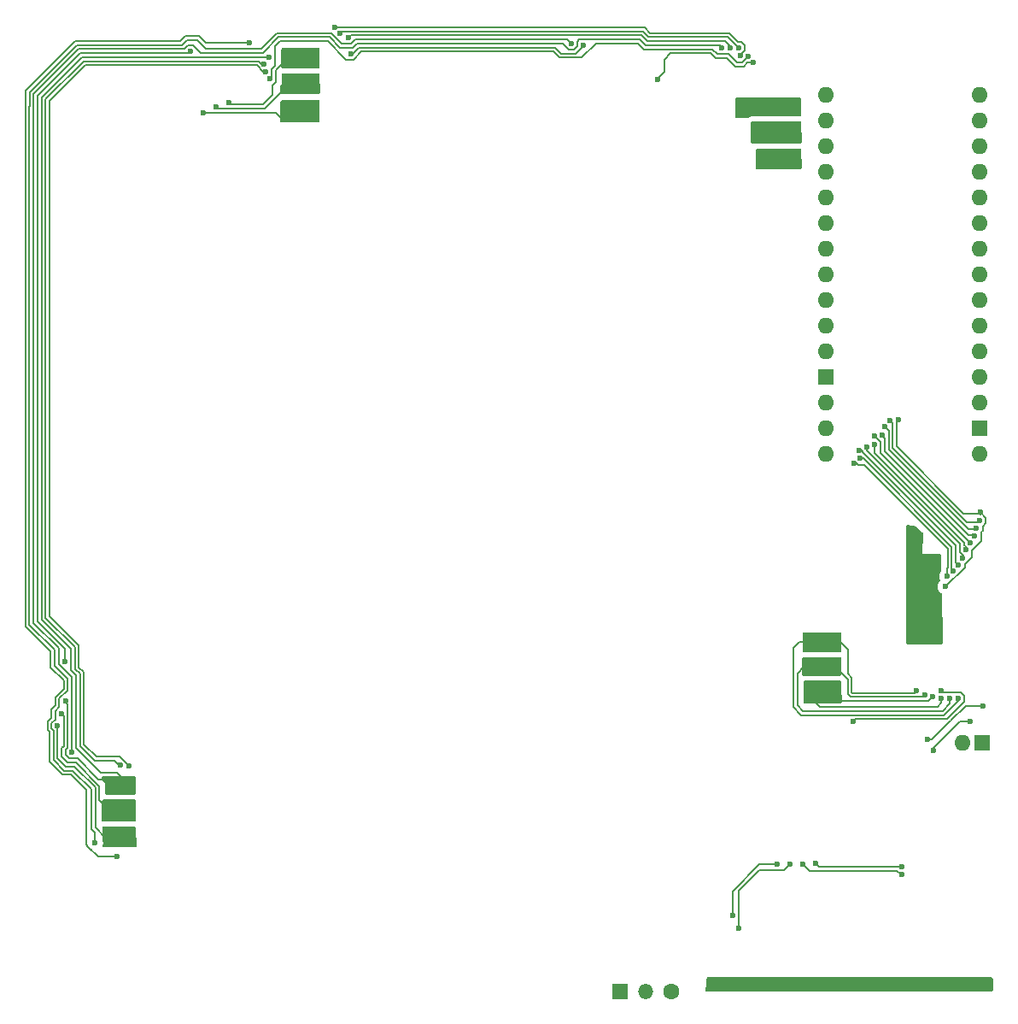
<source format=gbr>
%TF.GenerationSoftware,KiCad,Pcbnew,9.0.5*%
%TF.CreationDate,2025-10-19T21:09:40-05:00*%
%TF.ProjectId,slu,736c752e-6b69-4636-9164-5f7063625858,rev?*%
%TF.SameCoordinates,Original*%
%TF.FileFunction,Copper,L2,Bot*%
%TF.FilePolarity,Positive*%
%FSLAX46Y46*%
G04 Gerber Fmt 4.6, Leading zero omitted, Abs format (unit mm)*
G04 Created by KiCad (PCBNEW 9.0.5) date 2025-10-19 21:09:40*
%MOMM*%
%LPD*%
G01*
G04 APERTURE LIST*
%TA.AperFunction,ComponentPad*%
%ADD10C,1.600000*%
%TD*%
%TA.AperFunction,ComponentPad*%
%ADD11O,1.500000X1.500000*%
%TD*%
%TA.AperFunction,ComponentPad*%
%ADD12R,1.600000X1.600000*%
%TD*%
%TA.AperFunction,ComponentPad*%
%ADD13O,1.600000X1.600000*%
%TD*%
%TA.AperFunction,ViaPad*%
%ADD14C,0.600000*%
%TD*%
%TA.AperFunction,Conductor*%
%ADD15C,0.200000*%
%TD*%
G04 APERTURE END LIST*
D10*
%TO.P,sw1,1,A*%
%TO.N,+5V*%
X123260000Y-145030000D03*
D11*
%TO.P,sw1,2,B*%
%TO.N,Net-(a1-D13)*%
X120720000Y-145030000D03*
D12*
%TO.P,sw1,3,C*%
%TO.N,GND*%
X118180000Y-145030000D03*
%TD*%
D13*
%TO.P,BT1,1,+*%
%TO.N,+5V*%
X152190000Y-120405000D03*
D12*
%TO.P,BT1,2,-*%
%TO.N,GND*%
X154115000Y-120405000D03*
%TD*%
D13*
%TO.P,a1,1,D1/TX*%
%TO.N,unconnected-(a1-D1{slash}TX-Pad1)*%
X138650000Y-91800000D03*
%TO.P,a1,2,D0/RX*%
%TO.N,unconnected-(a1-D0{slash}RX-Pad2)*%
X138650000Y-89260000D03*
%TO.P,a1,3,~{RESET}*%
%TO.N,unconnected-(a1-~{RESET}-Pad3)*%
X138650000Y-86720000D03*
D12*
%TO.P,a1,4,GND*%
%TO.N,GND*%
X138650000Y-84180000D03*
D13*
%TO.P,a1,5,D2*%
%TO.N,/SERIAL*%
X138650000Y-81640000D03*
%TO.P,a1,6,D3*%
%TO.N,/OE*%
X138650000Y-79100000D03*
%TO.P,a1,7,D4*%
%TO.N,/LATCH*%
X138650000Y-76560000D03*
%TO.P,a1,8,D5*%
%TO.N,/CLOCK*%
X138650000Y-74020000D03*
%TO.P,a1,9,D6*%
%TO.N,/LOAD(PL)*%
X138650000Y-71480000D03*
%TO.P,a1,10,D7*%
%TO.N,/SCK(CP)*%
X138650000Y-68940000D03*
%TO.P,a1,11,D8*%
%TO.N,/SEROUT*%
X138650000Y-66400000D03*
%TO.P,a1,12,D9*%
%TO.N,/CE*%
X138650000Y-63860000D03*
%TO.P,a1,13,D10*%
%TO.N,unconnected-(a1-D10-Pad13)*%
X138650000Y-61320000D03*
%TO.P,a1,14,D11*%
%TO.N,unconnected-(a1-D11-Pad14)*%
X138650000Y-58780000D03*
%TO.P,a1,15,D12*%
%TO.N,unconnected-(a1-D12-Pad15)*%
X138650000Y-56240000D03*
%TO.P,a1,16,D13*%
%TO.N,Net-(a1-D13)*%
X153890000Y-56240000D03*
%TO.P,a1,17,3V3*%
%TO.N,unconnected-(a1-3V3-Pad17)*%
X153890000Y-58780000D03*
%TO.P,a1,18,AREF*%
%TO.N,unconnected-(a1-AREF-Pad18)*%
X153890000Y-61320000D03*
%TO.P,a1,19,A0*%
%TO.N,unconnected-(a1-A0-Pad19)*%
X153890000Y-63860000D03*
%TO.P,a1,20,A1*%
%TO.N,unconnected-(a1-A1-Pad20)*%
X153890000Y-66400000D03*
%TO.P,a1,21,A2*%
%TO.N,unconnected-(a1-A2-Pad21)*%
X153890000Y-68940000D03*
%TO.P,a1,22,A3*%
%TO.N,unconnected-(a1-A3-Pad22)*%
X153890000Y-71480000D03*
%TO.P,a1,23,A4*%
%TO.N,unconnected-(a1-A4-Pad23)*%
X153890000Y-74020000D03*
%TO.P,a1,24,A5*%
%TO.N,unconnected-(a1-A5-Pad24)*%
X153890000Y-76560000D03*
%TO.P,a1,25,A6*%
%TO.N,unconnected-(a1-A6-Pad25)*%
X153890000Y-79100000D03*
%TO.P,a1,26,A7*%
%TO.N,unconnected-(a1-A7-Pad26)*%
X153890000Y-81640000D03*
%TO.P,a1,27,+5V*%
%TO.N,+5V*%
X153890000Y-84180000D03*
%TO.P,a1,28,~{RESET}*%
%TO.N,unconnected-(a1-~{RESET}-Pad28)*%
X153890000Y-86720000D03*
D12*
%TO.P,a1,29,GND*%
%TO.N,GND*%
X153890000Y-89260000D03*
D13*
%TO.P,a1,30,VIN*%
%TO.N,unconnected-(a1-VIN-Pad30)*%
X153890000Y-91800000D03*
%TD*%
D14*
%TO.N,GND*%
X132240000Y-144360000D03*
X127670000Y-144360000D03*
X142060000Y-144360000D03*
X147090000Y-144370000D03*
X151997500Y-144392500D03*
X137210000Y-144360000D03*
%TO.N,/SERIAL*%
X150019810Y-115189138D03*
X141350000Y-118240000D03*
X150650557Y-103920913D03*
X141381550Y-92715334D03*
%TO.N,/LOAD(PL)*%
X152487269Y-101282203D03*
X143436000Y-90876386D03*
%TO.N,/LATCH*%
X151773000Y-102780746D03*
X129960000Y-51530000D03*
X86700000Y-54860000D03*
X62856000Y-117510000D03*
X136840000Y-112890000D03*
X85290000Y-54590000D03*
X148432867Y-115626979D03*
X139520000Y-112830000D03*
X68660000Y-122630000D03*
X134540000Y-59930000D03*
X85310000Y-55480000D03*
X68520000Y-127180000D03*
X90478011Y-50138000D03*
X133339000Y-59950000D03*
X82941532Y-53132313D03*
X141933450Y-91418004D03*
X69290000Y-127210000D03*
X150910000Y-116020000D03*
X135470000Y-59920000D03*
X67730000Y-127170000D03*
X131737000Y-59867935D03*
X87780000Y-54840000D03*
X137640000Y-112890000D03*
X78130000Y-57380000D03*
%TO.N,/CE*%
X152940565Y-118270565D03*
X144459000Y-89083885D03*
X149290000Y-121140000D03*
X153551256Y-99107230D03*
%TO.N,+5V*%
X147430000Y-102440000D03*
X147680000Y-109990000D03*
%TO.N,/SEROUT*%
X153377000Y-99888023D03*
X144238000Y-89880798D03*
%TO.N,/OE*%
X149207829Y-115825571D03*
X69350000Y-129710000D03*
X62455000Y-118720000D03*
X86971000Y-57360000D03*
X137649000Y-115520000D03*
X85310000Y-58310000D03*
X134140000Y-62520000D03*
X133180000Y-62580000D03*
X136870000Y-115500000D03*
X151216246Y-103355227D03*
X69564265Y-122685735D03*
X135070000Y-62580000D03*
X91286627Y-50521000D03*
X83099000Y-53916664D03*
X132349000Y-62590000D03*
X67747000Y-129750000D03*
X86971000Y-58259000D03*
X129119932Y-51540666D03*
X139330000Y-115490000D03*
X68550000Y-129720000D03*
X85190000Y-57440000D03*
X142022297Y-92236327D03*
X76870000Y-57980000D03*
X150083390Y-115986610D03*
%TO.N,/CLOCK*%
X147624027Y-115249000D03*
X130130007Y-52311730D03*
X68590000Y-124640000D03*
X85330000Y-52570000D03*
X87780000Y-52620000D03*
X151709694Y-115997786D03*
X130490000Y-57450000D03*
X142668632Y-91102550D03*
X137660000Y-110450000D03*
X135380000Y-57510000D03*
X79430000Y-56979000D03*
X136850000Y-110440000D03*
X89970000Y-49520000D03*
X83430000Y-52498752D03*
X134420000Y-57510000D03*
X69350000Y-124610000D03*
X63257000Y-116230000D03*
X67710000Y-124620000D03*
X132680000Y-57440000D03*
X152174000Y-102066463D03*
X139390000Y-110450000D03*
X86890000Y-52560000D03*
X86100000Y-52570000D03*
%TO.N,/SCK(CP)*%
X143451240Y-90025754D03*
X152943508Y-100560398D03*
%TO.N,/SER1-2*%
X148710000Y-120060000D03*
X154153000Y-116743465D03*
X131422313Y-53017900D03*
X153863009Y-98370470D03*
X121950000Y-54690000D03*
X144974816Y-88467674D03*
%TO.N,/SER2-3*%
X128320000Y-51530000D03*
X63853636Y-121316364D03*
%TO.N,/SER3-4*%
X63158000Y-112320000D03*
X75590000Y-51878000D03*
%TO.N,/SER4-5*%
X68300000Y-131640000D03*
X81460000Y-51059000D03*
%TO.N,/SER5-6*%
X66146000Y-130330000D03*
X113380000Y-51120000D03*
%TO.N,/SER6-7*%
X114581000Y-51323000D03*
X91540000Y-52123000D03*
%TO.N,/SER7-8*%
X130926136Y-52390359D03*
X83470000Y-54630000D03*
X153905197Y-97571581D03*
X145770000Y-88380000D03*
X150500000Y-104920000D03*
%TO.N,/btn1*%
X137590000Y-132350000D03*
X146120000Y-132660000D03*
%TO.N,/btn2*%
X146173215Y-133458231D03*
X136300000Y-132380000D03*
%TO.N,/btn3*%
X135030000Y-132440000D03*
X129990000Y-138740000D03*
%TO.N,/btn4*%
X129390000Y-137530000D03*
X133750000Y-132440000D03*
%TD*%
D15*
%TO.N,/SERIAL*%
X150684269Y-103037261D02*
X150684269Y-101183969D01*
X142400300Y-92900000D02*
X141836027Y-92900000D01*
X141489000Y-118041000D02*
X141350000Y-118180000D01*
X150227458Y-115396786D02*
X151958637Y-115396786D01*
X150684269Y-101183969D02*
X142400300Y-92900000D01*
X141836027Y-92900000D02*
X141666027Y-92730000D01*
X150599000Y-118041000D02*
X141489000Y-118041000D01*
X150019810Y-115189138D02*
X150227458Y-115396786D01*
X141350000Y-118180000D02*
X141350000Y-118240000D01*
X152310694Y-115748843D02*
X152310694Y-116329306D01*
X152310694Y-116329306D02*
X150599000Y-118041000D01*
X141666027Y-92730000D02*
X141396216Y-92730000D01*
X141396216Y-92730000D02*
X141381550Y-92715334D01*
X150615246Y-103106284D02*
X150684269Y-103037261D01*
X151958637Y-115396786D02*
X152310694Y-115748843D01*
X150650557Y-103920913D02*
X150615246Y-103885602D01*
X150615246Y-103885602D02*
X150615246Y-103106284D01*
%TO.N,/LOAD(PL)*%
X152487269Y-100954102D02*
X152342508Y-100809341D01*
X152487269Y-101282203D02*
X152487269Y-100954102D01*
X152342508Y-100809341D02*
X152342508Y-100573808D01*
X152342508Y-100573808D02*
X143436000Y-91667300D01*
X143436000Y-91667300D02*
X143436000Y-90876386D01*
%TO.N,/LATCH*%
X61269000Y-56623900D02*
X61269000Y-108026600D01*
X64160000Y-110917600D02*
X64160000Y-113067243D01*
X151486269Y-100851769D02*
X142267632Y-91633132D01*
X62851636Y-121731407D02*
X63461229Y-122341000D01*
X150910000Y-116490000D02*
X150910000Y-116020000D01*
X68520000Y-127180000D02*
X68440000Y-127100000D01*
X63055000Y-120697957D02*
X62851636Y-120901321D01*
X135791000Y-116673900D02*
X136337100Y-117220000D01*
X140779000Y-115549000D02*
X140779000Y-114089000D01*
X63055000Y-118470057D02*
X63056000Y-118471057D01*
X151486269Y-100866160D02*
X151486269Y-100851769D01*
X121044900Y-50482000D02*
X128912000Y-50482000D01*
X136830000Y-112880000D02*
X136430000Y-112880000D01*
X90478011Y-50138000D02*
X90695011Y-49921000D01*
X79678943Y-57580000D02*
X79181057Y-57580000D01*
X65013900Y-52879000D02*
X61269000Y-56623900D01*
X79180057Y-57579000D02*
X78329000Y-57579000D01*
X82970000Y-57579000D02*
X79679943Y-57579000D01*
X79181057Y-57580000D02*
X79180057Y-57579000D01*
X150180000Y-117220000D02*
X150910000Y-116490000D01*
X148432867Y-115626979D02*
X148210846Y-115849000D01*
X63461229Y-122341000D02*
X64263900Y-122341000D01*
X85310000Y-55480000D02*
X85069000Y-55480000D01*
X68640000Y-122650000D02*
X68660000Y-122630000D01*
X136430000Y-112880000D02*
X135791000Y-113519000D01*
X142134143Y-91418004D02*
X141933450Y-91418004D01*
X64659000Y-113566243D02*
X64659000Y-120706100D01*
X147375084Y-115850000D02*
X147374084Y-115849000D01*
X136337100Y-117220000D02*
X150180000Y-117220000D01*
X151485269Y-100867160D02*
X151486269Y-100866160D01*
X136840000Y-112890000D02*
X136830000Y-112880000D01*
X61269000Y-108026600D02*
X64160000Y-110917600D01*
X90695011Y-49921000D02*
X120483900Y-49921000D01*
X147872970Y-115850000D02*
X147375084Y-115850000D01*
X142267632Y-91633132D02*
X142267632Y-91551493D01*
X85069000Y-55480000D02*
X82970000Y-57579000D01*
X120483900Y-49921000D02*
X121044900Y-50482000D01*
X82609413Y-53132313D02*
X82356100Y-52879000D01*
X66104900Y-122152000D02*
X68122000Y-122152000D01*
X68122000Y-122152000D02*
X68620000Y-122650000D01*
X151486269Y-102494015D02*
X151486269Y-101698246D01*
X79679943Y-57579000D02*
X79678943Y-57580000D01*
X62856000Y-117510000D02*
X63055000Y-117709000D01*
X82356100Y-52879000D02*
X65013900Y-52879000D01*
X82941532Y-53132313D02*
X82609413Y-53132313D01*
X66590000Y-124667100D02*
X66590000Y-126030000D01*
X142267632Y-91551493D02*
X142134143Y-91418004D01*
X147873970Y-115849000D02*
X147872970Y-115850000D01*
X141079000Y-115849000D02*
X140779000Y-115549000D01*
X62851636Y-120901321D02*
X62851636Y-121731407D01*
X63056000Y-118471057D02*
X63056000Y-118968943D01*
X63055000Y-118969943D02*
X63055000Y-120697957D01*
X78329000Y-57579000D02*
X78130000Y-57380000D01*
X64659000Y-120706100D02*
X66104900Y-122152000D01*
X148210846Y-115849000D02*
X147873970Y-115849000D01*
X135791000Y-113519000D02*
X135791000Y-116673900D01*
X64160000Y-113067243D02*
X64659000Y-113566243D01*
X63055000Y-117709000D02*
X63055000Y-118470057D01*
X68620000Y-122650000D02*
X68640000Y-122650000D01*
X151485269Y-101697246D02*
X151485269Y-100867160D01*
X151773000Y-102780746D02*
X151486269Y-102494015D01*
X138650000Y-76560000D02*
X138254200Y-76560000D01*
X140779000Y-114089000D02*
X139520000Y-112830000D01*
X63056000Y-118968943D02*
X63055000Y-118969943D01*
X147374084Y-115849000D02*
X141079000Y-115849000D01*
X64263900Y-122341000D02*
X66590000Y-124667100D01*
X66590000Y-126030000D02*
X67730000Y-127170000D01*
X151486269Y-101698246D02*
X151485269Y-101697246D01*
X128912000Y-50482000D02*
X129960000Y-51530000D01*
%TO.N,/CE*%
X144840000Y-90372843D02*
X144840000Y-90286100D01*
X152730000Y-99260000D02*
X144838000Y-91368000D01*
X144838000Y-91368000D02*
X144838000Y-90374843D01*
X144463708Y-89083885D02*
X144459000Y-89083885D01*
X153398486Y-99260000D02*
X152730000Y-99260000D01*
X144838000Y-89458177D02*
X144463708Y-89083885D01*
X144840000Y-90286100D02*
X144838000Y-90284100D01*
X149290000Y-120880000D02*
X151899435Y-118270565D01*
X144838000Y-90284100D02*
X144838000Y-89458177D01*
X144838000Y-90374843D02*
X144840000Y-90372843D01*
X149290000Y-121140000D02*
X149290000Y-120880000D01*
X153551256Y-99107230D02*
X153398486Y-99260000D01*
X151899435Y-118270565D02*
X152940565Y-118270565D01*
%TO.N,/SEROUT*%
X144437000Y-91534100D02*
X152732900Y-99830000D01*
X144437000Y-90232606D02*
X144437000Y-91534100D01*
X153364000Y-99830000D02*
X153377000Y-99817000D01*
X144203469Y-89880798D02*
X144156464Y-89927803D01*
X153377000Y-99817000D02*
X153377000Y-99888023D01*
X144132197Y-89927803D02*
X144437000Y-90232606D01*
X152732900Y-99830000D02*
X153364000Y-99830000D01*
X144238000Y-89880798D02*
X144203469Y-89880798D01*
X144156464Y-89927803D02*
X144132197Y-89927803D01*
%TO.N,/OE*%
X64561000Y-112901143D02*
X65060000Y-113400143D01*
X149701000Y-116819000D02*
X150083390Y-116436610D01*
X64561000Y-110751500D02*
X64561000Y-112901143D01*
X65180000Y-53280000D02*
X61670000Y-56790000D01*
X62450636Y-118724364D02*
X62450636Y-121897507D01*
X149207829Y-115825571D02*
X148783400Y-116250000D01*
X136870000Y-115500000D02*
X136870000Y-115660000D01*
X82826664Y-53916664D02*
X82190000Y-53280000D01*
X148783400Y-116250000D02*
X140090000Y-116250000D01*
X137999000Y-116819000D02*
X149701000Y-116819000D01*
X120317800Y-50322000D02*
X120878800Y-50883000D01*
X78379943Y-57980000D02*
X78378943Y-57981000D01*
X61670000Y-56790000D02*
X61670000Y-107860500D01*
X68630943Y-121751000D02*
X69261000Y-122381057D01*
X128613000Y-50883000D02*
X129119932Y-51389932D01*
X150083390Y-116436610D02*
X150083390Y-115986610D01*
X66271000Y-121751000D02*
X68630943Y-121751000D01*
X69261000Y-122382470D02*
X69564265Y-122685735D01*
X84050000Y-57980000D02*
X78379943Y-57980000D01*
X67170000Y-129750000D02*
X67747000Y-129750000D01*
X85310000Y-58310000D02*
X85300000Y-58310000D01*
X142022297Y-92236327D02*
X142303727Y-92236327D01*
X140090000Y-116250000D02*
X139330000Y-115490000D01*
X69261000Y-122381057D02*
X69261000Y-122382470D01*
X129119932Y-51389932D02*
X129119932Y-51540666D01*
X82190000Y-53280000D02*
X65180000Y-53280000D01*
X63295129Y-122742000D02*
X64097800Y-122742000D01*
X65060000Y-120540000D02*
X66271000Y-121751000D01*
X61670000Y-107860500D02*
X64561000Y-110751500D01*
X136910000Y-115700000D02*
X136910000Y-115730000D01*
X64097800Y-122742000D02*
X66189000Y-124833200D01*
X138650000Y-79100000D02*
X138650000Y-78980000D01*
X91286627Y-50521000D02*
X91319000Y-50521000D01*
X85180000Y-58430000D02*
X84500000Y-58430000D01*
X142303727Y-92236327D02*
X151085269Y-101017869D01*
X76869000Y-57981000D02*
X76870000Y-57980000D01*
X151085269Y-103224250D02*
X151216246Y-103355227D01*
X66189000Y-128769000D02*
X67170000Y-129750000D01*
X91518000Y-50322000D02*
X120317800Y-50322000D01*
X84500000Y-58430000D02*
X84050000Y-57980000D01*
X66189000Y-124833200D02*
X66189000Y-128769000D01*
X151085269Y-101017869D02*
X151085269Y-103224250D01*
X62455000Y-118720000D02*
X62450636Y-118724364D01*
X62450636Y-121897507D02*
X63295129Y-122742000D01*
X85300000Y-58310000D02*
X85180000Y-58430000D01*
X65060000Y-113400143D02*
X65060000Y-120540000D01*
X91319000Y-50521000D02*
X91518000Y-50322000D01*
X136870000Y-115660000D02*
X136910000Y-115700000D01*
X83099000Y-53916664D02*
X82826664Y-53916664D01*
X136910000Y-115730000D02*
X137999000Y-116819000D01*
X78378943Y-57981000D02*
X76869000Y-57981000D01*
X120878800Y-50883000D02*
X128613000Y-50883000D01*
%TO.N,/CLOCK*%
X63759000Y-113233343D02*
X63759000Y-111083700D01*
X152230000Y-101874877D02*
X151886269Y-101531146D01*
X79430000Y-56979000D02*
X79629000Y-57178000D01*
X63252636Y-121565307D02*
X63627329Y-121940000D01*
X60868000Y-56457800D02*
X64847800Y-52478000D01*
X64258000Y-113732343D02*
X63759000Y-113233343D01*
X129078100Y-50081000D02*
X129926100Y-50929000D01*
X151887269Y-100685669D02*
X142668632Y-91467032D01*
X130208943Y-50929000D02*
X130561000Y-51281057D01*
X63627329Y-121940000D02*
X64430000Y-121940000D01*
X63257000Y-116230000D02*
X63145000Y-116230000D01*
X69350000Y-124610000D02*
X69350000Y-124380000D01*
X69350000Y-124380000D02*
X68350000Y-123380000D01*
X129926100Y-50929000D02*
X130208943Y-50929000D01*
X79629000Y-57178000D02*
X82803900Y-57178000D01*
X63456000Y-117759943D02*
X63456000Y-120864057D01*
X68030000Y-124020000D02*
X68590000Y-124580000D01*
X68590000Y-124640000D02*
X68450000Y-124500000D01*
X63456000Y-116541000D02*
X63456000Y-117260057D01*
X82803900Y-57178000D02*
X83729000Y-56252900D01*
X63457000Y-117261057D02*
X63457000Y-117758943D01*
X63252636Y-121067421D02*
X63252636Y-121565307D01*
X63456000Y-117260057D02*
X63457000Y-117261057D01*
X63759000Y-111083700D02*
X60868000Y-108192700D01*
X152230000Y-102010463D02*
X152230000Y-101874877D01*
X140100000Y-110450000D02*
X139390000Y-110450000D01*
X151709694Y-116260306D02*
X151709694Y-115997786D01*
X130130007Y-52131000D02*
X130130007Y-52311730D01*
X151887269Y-101032260D02*
X151887269Y-100685669D01*
X66510000Y-124020000D02*
X68030000Y-124020000D01*
X130561000Y-51778943D02*
X130208943Y-52131000D01*
X63456000Y-120864057D02*
X63252636Y-121067421D01*
X142668632Y-91467032D02*
X142668632Y-91102550D01*
X121211000Y-50081000D02*
X129078100Y-50081000D01*
X135960000Y-110440000D02*
X135390000Y-111010000D01*
X89970000Y-49520000D02*
X120650000Y-49520000D01*
X130561000Y-51281057D02*
X130561000Y-51778943D01*
X152174000Y-102066463D02*
X152230000Y-102010463D01*
X141245100Y-115448000D02*
X141180000Y-115382900D01*
X151886269Y-101033260D02*
X151887269Y-101032260D01*
X141180000Y-115382900D02*
X141180000Y-113922900D01*
X120650000Y-49520000D02*
X121211000Y-50081000D01*
X63457000Y-117758943D02*
X63456000Y-117759943D01*
X147425027Y-115448000D02*
X141245100Y-115448000D01*
X140810000Y-111160000D02*
X140100000Y-110450000D01*
X66765801Y-123380000D02*
X64258000Y-120872199D01*
X83430000Y-52498752D02*
X83430000Y-52345152D01*
X151886269Y-101531146D02*
X151886269Y-101033260D01*
X64430000Y-121940000D02*
X66510000Y-124020000D01*
X84100000Y-54920000D02*
X84100000Y-53800000D01*
X64258000Y-120872199D02*
X64258000Y-113732343D01*
X83729000Y-56252900D02*
X83729000Y-55291000D01*
X140810000Y-113552900D02*
X140810000Y-111160000D01*
X150330000Y-117640000D02*
X151709694Y-116260306D01*
X83729000Y-55291000D02*
X84100000Y-54920000D01*
X60868000Y-108192700D02*
X60868000Y-56457800D01*
X130208943Y-52131000D02*
X130130007Y-52131000D01*
X141180000Y-113922900D02*
X140810000Y-113552900D01*
X135390000Y-111010000D02*
X135390000Y-116840000D01*
X63145000Y-116230000D02*
X63456000Y-116541000D01*
X68450000Y-124500000D02*
X68450000Y-124460000D01*
X84100000Y-53800000D02*
X85330000Y-52570000D01*
X64847800Y-52478000D02*
X83409248Y-52478000D01*
X147624027Y-115249000D02*
X147425027Y-115448000D01*
X68590000Y-124580000D02*
X68590000Y-124640000D01*
X68350000Y-123380000D02*
X66765801Y-123380000D01*
X136850000Y-110440000D02*
X135960000Y-110440000D01*
X135390000Y-116840000D02*
X136190000Y-117640000D01*
X136190000Y-117640000D02*
X150330000Y-117640000D01*
X83409248Y-52478000D02*
X83430000Y-52498752D01*
%TO.N,/SCK(CP)*%
X144036000Y-91700200D02*
X144036000Y-91126329D01*
X144036000Y-90626443D02*
X144036000Y-90610514D01*
X152943508Y-100560398D02*
X152943508Y-100607708D01*
X144037000Y-90627443D02*
X144036000Y-90626443D01*
X144036000Y-91126329D02*
X144037000Y-91125329D01*
X144036000Y-90610514D02*
X143451240Y-90025754D01*
X152943508Y-100607708D02*
X144036000Y-91700200D01*
X144037000Y-91125329D02*
X144037000Y-90627443D01*
%TO.N,/SER1-2*%
X127723900Y-52591000D02*
X127218900Y-52086000D01*
X153302313Y-98506230D02*
X153298543Y-98510000D01*
X152547100Y-98510000D02*
X145239000Y-91201900D01*
X145241000Y-90120000D02*
X145239000Y-90118000D01*
X153863009Y-98370470D02*
X153863009Y-98443420D01*
X121950000Y-54580000D02*
X121950000Y-54690000D01*
X145239000Y-88731858D02*
X144974816Y-88467674D01*
X145239000Y-90118000D02*
X145239000Y-88731858D01*
X122620000Y-52700000D02*
X122620000Y-53910000D01*
X145239000Y-91201900D02*
X145239000Y-90540943D01*
X145241000Y-90538943D02*
X145241000Y-90120000D01*
X148710000Y-120060000D02*
X149147100Y-120060000D01*
X129631800Y-53418900D02*
X128803900Y-52591000D01*
X130865695Y-53017900D02*
X130464695Y-53418900D01*
X153800199Y-98506230D02*
X153302313Y-98506230D01*
X131422313Y-53017900D02*
X130865695Y-53017900D01*
X145239000Y-90540943D02*
X145241000Y-90538943D01*
X149147100Y-120060000D02*
X151000000Y-118207100D01*
X127218900Y-52086000D02*
X123234000Y-52086000D01*
X128803900Y-52591000D02*
X127723900Y-52591000D01*
X151000000Y-118207100D02*
X152463635Y-116743465D01*
X130464695Y-53418900D02*
X129631800Y-53418900D01*
X122620000Y-53910000D02*
X121950000Y-54580000D01*
X153863009Y-98443420D02*
X153800199Y-98506230D01*
X152463635Y-116743465D02*
X154153000Y-116743465D01*
X153298543Y-98510000D02*
X152547100Y-98510000D01*
X123234000Y-52086000D02*
X122620000Y-52700000D01*
%TO.N,/SER2-3*%
X113628943Y-51721000D02*
X113981000Y-51368943D01*
X75341057Y-51277000D02*
X75838943Y-51277000D01*
X60066000Y-108524900D02*
X60066000Y-56125600D01*
X92100670Y-51124000D02*
X112534057Y-51124000D01*
X74989000Y-51629057D02*
X75341057Y-51277000D01*
X82792900Y-52060000D02*
X84360900Y-50492000D01*
X76621943Y-52060000D02*
X82792900Y-52060000D01*
X63994350Y-121175650D02*
X63857000Y-121038299D01*
X62557000Y-112598443D02*
X62557000Y-111015900D01*
X90415900Y-51523000D02*
X91701670Y-51523000D01*
X89384900Y-50492000D02*
X90415900Y-51523000D01*
X120712700Y-51284000D02*
X128074000Y-51284000D01*
X128074000Y-51284000D02*
X128320000Y-51530000D01*
X113131057Y-51721000D02*
X113628943Y-51721000D01*
X75838943Y-51277000D02*
X76621943Y-52060000D01*
X64515600Y-51676000D02*
X74989000Y-51676000D01*
X60066000Y-56125600D02*
X64515600Y-51676000D01*
X63853636Y-121316364D02*
X63994350Y-121175650D01*
X74989000Y-51676000D02*
X74989000Y-51629057D01*
X112534057Y-51124000D02*
X113131057Y-51721000D01*
X113981000Y-51368943D02*
X113981000Y-50929000D01*
X84360900Y-50492000D02*
X89384900Y-50492000D01*
X63857000Y-121038299D02*
X63857000Y-113898443D01*
X91701670Y-51523000D02*
X92100670Y-51124000D01*
X62557000Y-111015900D02*
X60066000Y-108524900D01*
X114187000Y-50723000D02*
X120151700Y-50723000D01*
X113981000Y-50929000D02*
X114187000Y-50723000D01*
X63857000Y-113898443D02*
X62557000Y-112598443D01*
X120151700Y-50723000D02*
X120712700Y-51284000D01*
%TO.N,/SER3-4*%
X64681700Y-52077000D02*
X60467000Y-56291700D01*
X75391000Y-52077000D02*
X64681700Y-52077000D01*
X60467000Y-56291700D02*
X60467000Y-108358800D01*
X60467000Y-108358800D02*
X63158000Y-111049800D01*
X63158000Y-111049800D02*
X63158000Y-112320000D01*
X75590000Y-51878000D02*
X75391000Y-52077000D01*
%TO.N,/SER4-5*%
X64183400Y-50874000D02*
X59264000Y-55793400D01*
X59264000Y-55793400D02*
X59264000Y-57138900D01*
X77129100Y-51060000D02*
X76437100Y-50368000D01*
X61648636Y-119330679D02*
X61648636Y-122229707D01*
X66440000Y-131640000D02*
X68300000Y-131640000D01*
X63055000Y-114230643D02*
X63055000Y-115014957D01*
X59246000Y-57156900D02*
X59246000Y-108839100D01*
X61648636Y-122229707D02*
X62962929Y-123544000D01*
X62209000Y-115860957D02*
X62209000Y-116693900D01*
X59246000Y-108839100D02*
X61755000Y-111348100D01*
X75077800Y-50368000D02*
X74571800Y-50874000D01*
X65500000Y-130700000D02*
X65850000Y-131050000D01*
X63765600Y-123544000D02*
X65290000Y-125068400D01*
X65290000Y-128930000D02*
X65290000Y-129839100D01*
X74571800Y-50874000D02*
X64183400Y-50874000D01*
X59264000Y-57138900D02*
X59246000Y-57156900D01*
X61755000Y-112930643D02*
X63055000Y-114230643D01*
X76437100Y-50368000D02*
X75077800Y-50368000D01*
X65290000Y-128930000D02*
X65290000Y-130490000D01*
X62209000Y-116693900D02*
X61819000Y-117083900D01*
X81460000Y-51059000D02*
X81459000Y-51060000D01*
X62962929Y-123544000D02*
X63765600Y-123544000D01*
X81459000Y-51060000D02*
X77129100Y-51060000D01*
X61819000Y-117083900D02*
X61819000Y-117938957D01*
X61755000Y-111348100D02*
X61755000Y-112930643D01*
X61453000Y-118304957D02*
X61453000Y-119135043D01*
X61453000Y-119135043D02*
X61648636Y-119330679D01*
X61819000Y-117938957D02*
X61453000Y-118304957D01*
X65290000Y-125068400D02*
X65290000Y-128930000D01*
X65500000Y-130700000D02*
X66440000Y-131640000D01*
X65290000Y-130490000D02*
X65500000Y-130700000D01*
X63055000Y-115014957D02*
X62209000Y-115860957D01*
%TO.N,/SER5-6*%
X91934570Y-50723000D02*
X112983000Y-50723000D01*
X82626800Y-51659000D02*
X84194800Y-50091000D01*
X62049636Y-122063607D02*
X62049636Y-119164579D01*
X62049636Y-119164579D02*
X61854000Y-118968943D01*
X74737900Y-51275000D02*
X75243900Y-50769000D01*
X59665000Y-55959500D02*
X64349500Y-51275000D01*
X63129029Y-123143000D02*
X62049636Y-122063607D01*
X89551000Y-50091000D02*
X90582000Y-51122000D01*
X65788000Y-124999300D02*
X63931700Y-123143000D01*
X84194800Y-50091000D02*
X89551000Y-50091000D01*
X62220000Y-118119000D02*
X62220000Y-117250000D01*
X59665000Y-57305000D02*
X59665000Y-55959500D01*
X62156000Y-112764543D02*
X62156000Y-111182000D01*
X75243900Y-50769000D02*
X76271000Y-50769000D01*
X90582000Y-51122000D02*
X91535570Y-51122000D01*
X61854000Y-118968943D02*
X61854000Y-118471057D01*
X61854000Y-118471057D02*
X62206057Y-118119000D01*
X77161000Y-51659000D02*
X82626800Y-51659000D01*
X112983000Y-50723000D02*
X113380000Y-51120000D01*
X66146000Y-129293100D02*
X65788000Y-128935100D01*
X63456000Y-114064543D02*
X62156000Y-112764543D01*
X63931700Y-123143000D02*
X63129029Y-123143000D01*
X59647000Y-108673000D02*
X59647000Y-57323000D01*
X76271000Y-50769000D02*
X77161000Y-51659000D01*
X66146000Y-130330000D02*
X66146000Y-129293100D01*
X63456000Y-115200000D02*
X63456000Y-114064543D01*
X62156000Y-111182000D02*
X59647000Y-108673000D01*
X62206057Y-118119000D02*
X62220000Y-118119000D01*
X91535570Y-51122000D02*
X91934570Y-50723000D01*
X63437057Y-115200000D02*
X63456000Y-115200000D01*
X65788000Y-128935100D02*
X65788000Y-124999300D01*
X62610000Y-116860000D02*
X62610000Y-116027057D01*
X64349500Y-51275000D02*
X74737900Y-51275000D01*
X62220000Y-117250000D02*
X62610000Y-116860000D01*
X62610000Y-116027057D02*
X63437057Y-115200000D01*
X59647000Y-57323000D02*
X59665000Y-57305000D01*
%TO.N,/SER6-7*%
X113795043Y-52122000D02*
X112367000Y-52122000D01*
X112367000Y-52122000D02*
X111770000Y-51525000D01*
X111770000Y-51525000D02*
X92266770Y-51525000D01*
X114467000Y-51323000D02*
X114382000Y-51408000D01*
X114382000Y-51535043D02*
X113795043Y-52122000D01*
X92266770Y-51525000D02*
X91668770Y-52123000D01*
X91668770Y-52123000D02*
X91540000Y-52123000D01*
X114581000Y-51323000D02*
X114467000Y-51323000D01*
X114382000Y-51408000D02*
X114382000Y-51535043D01*
%TO.N,/SER7-8*%
X127385000Y-51685000D02*
X120546600Y-51685000D01*
X154152256Y-98931166D02*
X154464009Y-98619413D01*
X154010000Y-100400000D02*
X154010000Y-99498429D01*
X154464009Y-98121527D02*
X153914063Y-97571581D01*
X129797900Y-53017900D02*
X128970000Y-52190000D01*
X153088269Y-102041731D02*
X153088269Y-101321731D01*
X145640000Y-91035800D02*
X145640000Y-90707043D01*
X83699000Y-53633900D02*
X83699000Y-54401000D01*
X152274200Y-97670000D02*
X145640000Y-91035800D01*
X84030000Y-53302900D02*
X83699000Y-53633900D01*
X145642000Y-89874957D02*
X145640000Y-89872957D01*
X120546600Y-51685000D02*
X119985600Y-51124000D01*
X84030000Y-51390000D02*
X84030000Y-53302900D01*
X83699000Y-54401000D02*
X83470000Y-54630000D01*
X112200900Y-52523000D02*
X111603900Y-51926000D01*
X152410000Y-102720000D02*
X153088269Y-102041731D01*
X128970000Y-52190000D02*
X127890000Y-52190000D01*
X91049800Y-52724000D02*
X89218800Y-50893000D01*
X150540000Y-104920000D02*
X150500000Y-104920000D01*
X153905197Y-97571581D02*
X153905197Y-97769470D01*
X84527000Y-50893000D02*
X84030000Y-51390000D01*
X153088269Y-101321731D02*
X154010000Y-100400000D01*
X154152256Y-99356173D02*
X154152256Y-98931166D01*
X130298595Y-53017900D02*
X129797900Y-53017900D01*
X153914063Y-97571581D02*
X153905197Y-97571581D01*
X127890000Y-52190000D02*
X127385000Y-51685000D01*
X91788943Y-52724000D02*
X91049800Y-52724000D01*
X145640000Y-88510000D02*
X145770000Y-88380000D01*
X115826000Y-51124000D02*
X114427000Y-52523000D01*
X130926136Y-52390359D02*
X130298595Y-53017900D01*
X153905197Y-97571581D02*
X153806778Y-97670000D01*
X119985600Y-51124000D02*
X115826000Y-51124000D01*
X114427000Y-52523000D02*
X112200900Y-52523000D01*
X89218800Y-50893000D02*
X84527000Y-50893000D01*
X150500000Y-104920000D02*
X150501416Y-104920000D01*
X153806778Y-97670000D02*
X152274200Y-97670000D01*
X145642000Y-90705043D02*
X145642000Y-89874957D01*
X154464009Y-98619413D02*
X154464009Y-98121527D01*
X111603900Y-51926000D02*
X92586943Y-51926000D01*
X145640000Y-89872957D02*
X145640000Y-88510000D01*
X154010000Y-99498429D02*
X154152256Y-99356173D01*
X145640000Y-90707043D02*
X145642000Y-90705043D01*
X92586943Y-51926000D02*
X91788943Y-52724000D01*
X152410000Y-103011416D02*
X152410000Y-102720000D01*
X150501416Y-104920000D02*
X152410000Y-103011416D01*
%TO.N,/btn1*%
X137900000Y-132660000D02*
X137590000Y-132350000D01*
X146120000Y-132660000D02*
X137900000Y-132660000D01*
%TO.N,/btn2*%
X146047231Y-133458231D02*
X145650000Y-133061000D01*
X145650000Y-133061000D02*
X139730000Y-133061000D01*
X136981000Y-133061000D02*
X136300000Y-132380000D01*
X139730000Y-133061000D02*
X136981000Y-133061000D01*
X146173215Y-133458231D02*
X146047231Y-133458231D01*
%TO.N,/btn3*%
X129990000Y-135037100D02*
X131987100Y-133040000D01*
X134430000Y-133040000D02*
X135030000Y-132440000D01*
X131987100Y-133040000D02*
X134430000Y-133040000D01*
X129990000Y-138740000D02*
X129990000Y-135037100D01*
%TO.N,/btn4*%
X132020000Y-132440000D02*
X133750000Y-132440000D01*
X129370000Y-137510000D02*
X129370000Y-135090000D01*
X129390000Y-137530000D02*
X129370000Y-137510000D01*
X129370000Y-135090000D02*
X132020000Y-132440000D01*
%TD*%
%TA.AperFunction,Conductor*%
%TO.N,/LATCH*%
G36*
X88389118Y-54085185D02*
G01*
X88434873Y-54137989D01*
X88446077Y-54188857D01*
X88455334Y-55975357D01*
X88435997Y-56042498D01*
X88383431Y-56088526D01*
X88331336Y-56100000D01*
X84651550Y-56100000D01*
X84584511Y-56080315D01*
X84538756Y-56027511D01*
X84527550Y-55976000D01*
X84527550Y-55393048D01*
X84547235Y-55326009D01*
X84548515Y-55324057D01*
X84555275Y-55313960D01*
X84580520Y-55288716D01*
X84630639Y-55201904D01*
X84659577Y-55151785D01*
X84700500Y-54999058D01*
X84700500Y-54840943D01*
X84700500Y-54189500D01*
X84720185Y-54122461D01*
X84772989Y-54076706D01*
X84824500Y-54065500D01*
X88322079Y-54065500D01*
X88389118Y-54085185D01*
G37*
%TD.AperFunction*%
%TD*%
%TA.AperFunction,Conductor*%
%TO.N,/OE*%
G36*
X70181717Y-128735185D02*
G01*
X70227472Y-128787989D01*
X70238676Y-128838858D01*
X70247932Y-130625358D01*
X70228595Y-130692498D01*
X70176029Y-130738526D01*
X70123934Y-130750000D01*
X67024064Y-130750000D01*
X66957025Y-130730315D01*
X66911270Y-130677511D01*
X66901326Y-130608353D01*
X66909503Y-130578548D01*
X66915735Y-130563501D01*
X66915737Y-130563497D01*
X66946500Y-130408842D01*
X66946500Y-130251158D01*
X66946500Y-130251155D01*
X66946499Y-130251153D01*
X66915739Y-130096511D01*
X66915736Y-130096501D01*
X66878599Y-130006843D01*
X66869160Y-129959391D01*
X66869160Y-128839500D01*
X66888845Y-128772461D01*
X66941649Y-128726706D01*
X66993160Y-128715500D01*
X70114678Y-128715500D01*
X70181717Y-128735185D01*
G37*
%TD.AperFunction*%
%TD*%
%TA.AperFunction,Conductor*%
%TO.N,/CLOCK*%
G36*
X70110942Y-123689685D02*
G01*
X70156697Y-123742489D01*
X70167901Y-123793358D01*
X70176172Y-125389858D01*
X70156835Y-125456998D01*
X70104269Y-125503026D01*
X70052174Y-125514500D01*
X67314500Y-125514500D01*
X67247461Y-125494815D01*
X67201706Y-125442011D01*
X67190500Y-125390500D01*
X67190500Y-124588045D01*
X67190500Y-124588043D01*
X67149577Y-124435316D01*
X67149577Y-124435315D01*
X67149577Y-124435314D01*
X67120639Y-124385195D01*
X67120637Y-124385192D01*
X67070520Y-124298384D01*
X66958716Y-124186580D01*
X66958715Y-124186579D01*
X66954385Y-124182249D01*
X66954374Y-124182239D01*
X66887923Y-124115788D01*
X66854438Y-124054465D01*
X66851604Y-124028107D01*
X66851604Y-123794000D01*
X66871289Y-123726961D01*
X66924093Y-123681206D01*
X66975604Y-123670000D01*
X70043903Y-123670000D01*
X70110942Y-123689685D01*
G37*
%TD.AperFunction*%
%TD*%
%TA.AperFunction,Conductor*%
%TO.N,/CLOCK*%
G36*
X136127011Y-56509685D02*
G01*
X136172766Y-56562489D01*
X136183970Y-56613358D01*
X136192241Y-58209858D01*
X136172904Y-58276998D01*
X136120338Y-58323026D01*
X136068243Y-58334500D01*
X131319946Y-58334500D01*
X131319937Y-58334500D01*
X131319936Y-58334501D01*
X131212495Y-58346052D01*
X131212483Y-58346054D01*
X131160973Y-58357260D01*
X131058448Y-58391383D01*
X131058442Y-58391386D01*
X130935628Y-58470315D01*
X130868588Y-58490000D01*
X129774000Y-58490000D01*
X129706961Y-58470315D01*
X129661206Y-58417511D01*
X129650000Y-58366000D01*
X129650000Y-56614000D01*
X129669685Y-56546961D01*
X129722489Y-56501206D01*
X129774000Y-56490000D01*
X136059972Y-56490000D01*
X136127011Y-56509685D01*
G37*
%TD.AperFunction*%
%TD*%
%TA.AperFunction,Conductor*%
%TO.N,/OE*%
G36*
X88381971Y-56739685D02*
G01*
X88427726Y-56792489D01*
X88438931Y-56843495D01*
X88446914Y-58805495D01*
X88427502Y-58872614D01*
X88374885Y-58918584D01*
X88322915Y-58930000D01*
X84622152Y-58930000D01*
X84555113Y-58910315D01*
X84509358Y-58857511D01*
X84498152Y-58806000D01*
X84498152Y-56951445D01*
X84506796Y-56922004D01*
X84513320Y-56892018D01*
X84517074Y-56887002D01*
X84517837Y-56884406D01*
X84534471Y-56863764D01*
X84641916Y-56756319D01*
X84703239Y-56722834D01*
X84729597Y-56720000D01*
X88314932Y-56720000D01*
X88381971Y-56739685D01*
G37*
%TD.AperFunction*%
%TD*%
%TA.AperFunction,Conductor*%
%TO.N,GND*%
G36*
X155117905Y-143639685D02*
G01*
X155163660Y-143692489D01*
X155174866Y-143744000D01*
X155174866Y-144876217D01*
X155155181Y-144943256D01*
X155102377Y-144989011D01*
X155051084Y-145000217D01*
X126809945Y-145049763D01*
X126742871Y-145030196D01*
X126697023Y-144977472D01*
X126686161Y-144915396D01*
X126742185Y-144247774D01*
X126785331Y-143733631D01*
X126810553Y-143668472D01*
X126866998Y-143627293D01*
X126908897Y-143620000D01*
X155050866Y-143620000D01*
X155117905Y-143639685D01*
G37*
%TD.AperFunction*%
%TD*%
%TA.AperFunction,Conductor*%
%TO.N,/OE*%
G36*
X136143228Y-61555185D02*
G01*
X136188983Y-61607989D01*
X136200187Y-61658858D01*
X136209443Y-63445358D01*
X136190106Y-63512498D01*
X136137540Y-63558526D01*
X136085445Y-63570000D01*
X131791556Y-63570000D01*
X131724517Y-63550315D01*
X131678762Y-63497511D01*
X131667556Y-63446000D01*
X131667556Y-61659500D01*
X131687241Y-61592461D01*
X131740045Y-61546706D01*
X131791556Y-61535500D01*
X136076189Y-61535500D01*
X136143228Y-61555185D01*
G37*
%TD.AperFunction*%
%TD*%
%TA.AperFunction,Conductor*%
%TO.N,/LATCH*%
G36*
X136421342Y-111885500D02*
G01*
X136421345Y-111885500D01*
X140046878Y-111885500D01*
X140113917Y-111905185D01*
X140159672Y-111957989D01*
X140170876Y-112008858D01*
X140179228Y-113620858D01*
X140159891Y-113687998D01*
X140107325Y-113734026D01*
X140043913Y-113743479D01*
X140043818Y-113744816D01*
X140039405Y-113744500D01*
X140039403Y-113744500D01*
X136515500Y-113744500D01*
X136410540Y-113755784D01*
X136341783Y-113743379D01*
X136290646Y-113695768D01*
X136273288Y-113632495D01*
X136273288Y-112007316D01*
X136292973Y-111940277D01*
X136345777Y-111894522D01*
X136414932Y-111884578D01*
X136421342Y-111885500D01*
G37*
%TD.AperFunction*%
%TD*%
%TA.AperFunction,Conductor*%
%TO.N,+5V*%
G36*
X147248004Y-98851476D02*
G01*
X147290208Y-98861533D01*
X147320436Y-98874663D01*
X147521601Y-98962043D01*
X147537773Y-98970536D01*
X147748239Y-99101714D01*
X147770328Y-99119263D01*
X148193769Y-99542704D01*
X148227254Y-99604027D01*
X148230057Y-99633140D01*
X148184270Y-101693603D01*
X148184271Y-101693604D01*
X149960594Y-101705376D01*
X150027498Y-101725503D01*
X150072902Y-101778609D01*
X150083769Y-101829372D01*
X150083769Y-102792602D01*
X150067157Y-102854600D01*
X150055671Y-102874494D01*
X150055669Y-102874497D01*
X150040165Y-102932359D01*
X150014745Y-103027227D01*
X150014745Y-103027229D01*
X150014745Y-103195330D01*
X150014746Y-103195343D01*
X150014746Y-103393994D01*
X149995061Y-103461033D01*
X149993848Y-103462885D01*
X149941161Y-103541736D01*
X149880821Y-103687411D01*
X149880818Y-103687423D01*
X149850057Y-103842066D01*
X149850057Y-103999759D01*
X149880818Y-104154402D01*
X149880821Y-104154414D01*
X149923124Y-104256543D01*
X149930593Y-104326012D01*
X149899317Y-104388491D01*
X149896248Y-104391672D01*
X149878213Y-104409707D01*
X149878208Y-104409714D01*
X149790609Y-104540814D01*
X149790602Y-104540827D01*
X149730264Y-104686498D01*
X149730261Y-104686510D01*
X149699500Y-104841153D01*
X149699500Y-104998846D01*
X149730261Y-105153489D01*
X149730264Y-105153501D01*
X149790602Y-105299172D01*
X149790609Y-105299185D01*
X149878210Y-105430288D01*
X149878213Y-105430292D01*
X149989710Y-105541789D01*
X150097899Y-105614078D01*
X150142704Y-105667690D01*
X150153004Y-105716222D01*
X150186873Y-110101346D01*
X150189898Y-110493047D01*
X150189914Y-110495042D01*
X150170748Y-110562232D01*
X150118299Y-110608393D01*
X150065918Y-110620000D01*
X146664956Y-110620000D01*
X146654850Y-110617032D01*
X146644391Y-110618283D01*
X146621901Y-110607357D01*
X146597917Y-110600315D01*
X146591019Y-110592355D01*
X146581544Y-110587752D01*
X146568531Y-110566402D01*
X146552162Y-110547511D01*
X146549699Y-110535504D01*
X146545181Y-110528091D01*
X146540991Y-110493047D01*
X146546341Y-110268478D01*
X146557142Y-110234693D01*
X146557104Y-110187104D01*
X146557105Y-110187105D01*
X146550000Y-101222344D01*
X146549999Y-101222344D01*
X146549983Y-101201876D01*
X146541325Y-101186903D01*
X146537810Y-101157078D01*
X146546864Y-98941621D01*
X146566822Y-98874663D01*
X146619813Y-98829124D01*
X146678060Y-98818337D01*
X147248004Y-98851476D01*
G37*
%TD.AperFunction*%
%TD*%
%TA.AperFunction,Conductor*%
%TO.N,/OE*%
G36*
X140106442Y-114269685D02*
G01*
X140127084Y-114286319D01*
X140140371Y-114299606D01*
X140173856Y-114360929D01*
X140176688Y-114386644D01*
X140178498Y-114735814D01*
X140178500Y-114736457D01*
X140178500Y-115469939D01*
X140178499Y-115469943D01*
X140178499Y-115628057D01*
X140182903Y-115644495D01*
X140183259Y-115659311D01*
X140183073Y-115660004D01*
X140183293Y-115661641D01*
X140186785Y-116335357D01*
X140167449Y-116402498D01*
X140114882Y-116448526D01*
X140062787Y-116460000D01*
X136515500Y-116460000D01*
X136448461Y-116440315D01*
X136402706Y-116387511D01*
X136391500Y-116336000D01*
X136391500Y-114374000D01*
X136411185Y-114306961D01*
X136463989Y-114261206D01*
X136515500Y-114250000D01*
X140039403Y-114250000D01*
X140106442Y-114269685D01*
G37*
%TD.AperFunction*%
%TD*%
%TA.AperFunction,Conductor*%
%TO.N,/LATCH*%
G36*
X70177126Y-126039685D02*
G01*
X70222881Y-126092489D01*
X70234085Y-126143357D01*
X70244148Y-128085357D01*
X70224811Y-128152498D01*
X70172245Y-128198526D01*
X70120150Y-128210000D01*
X66971550Y-128210000D01*
X66904511Y-128190315D01*
X66858756Y-128137511D01*
X66847550Y-128086000D01*
X66847550Y-126144000D01*
X66867235Y-126076961D01*
X66920039Y-126031206D01*
X66971550Y-126020000D01*
X70110087Y-126020000D01*
X70177126Y-126039685D01*
G37*
%TD.AperFunction*%
%TD*%
%TA.AperFunction,Conductor*%
%TO.N,/CLOCK*%
G36*
X88383192Y-51579685D02*
G01*
X88428947Y-51632489D01*
X88440151Y-51683358D01*
X88449228Y-53435358D01*
X88429891Y-53502498D01*
X88377325Y-53548526D01*
X88325230Y-53560000D01*
X84744394Y-53560000D01*
X84677355Y-53540315D01*
X84631600Y-53487511D01*
X84620525Y-53430304D01*
X84621142Y-53416884D01*
X84630501Y-53381957D01*
X84630501Y-53223842D01*
X84630500Y-53223838D01*
X84630500Y-51690097D01*
X84650185Y-51623058D01*
X84666819Y-51602416D01*
X84672916Y-51596319D01*
X84734239Y-51562834D01*
X84760597Y-51560000D01*
X88316153Y-51560000D01*
X88383192Y-51579685D01*
G37*
%TD.AperFunction*%
%TD*%
%TA.AperFunction,Conductor*%
%TO.N,/CLOCK*%
G36*
X140104768Y-109479685D02*
G01*
X140150523Y-109532489D01*
X140161727Y-109583358D01*
X140170389Y-111255358D01*
X140151052Y-111322498D01*
X140098486Y-111368526D01*
X140046391Y-111380000D01*
X136421342Y-111380000D01*
X136354303Y-111360315D01*
X136308548Y-111307511D01*
X136297342Y-111256000D01*
X136297342Y-109584000D01*
X136317027Y-109516961D01*
X136369831Y-109471206D01*
X136421342Y-109460000D01*
X140037729Y-109460000D01*
X140104768Y-109479685D01*
G37*
%TD.AperFunction*%
%TD*%
%TA.AperFunction,Conductor*%
%TO.N,/LATCH*%
G36*
X136135769Y-58859685D02*
G01*
X136181524Y-58912489D01*
X136192728Y-58963357D01*
X136202791Y-60905357D01*
X136183454Y-60972498D01*
X136130888Y-61018526D01*
X136078793Y-61030000D01*
X131319946Y-61030000D01*
X131252907Y-61010315D01*
X131207152Y-60957511D01*
X131195946Y-60906000D01*
X131195946Y-58964000D01*
X131215631Y-58896961D01*
X131268435Y-58851206D01*
X131319946Y-58840000D01*
X136068730Y-58840000D01*
X136135769Y-58859685D01*
G37*
%TD.AperFunction*%
%TD*%
M02*

</source>
